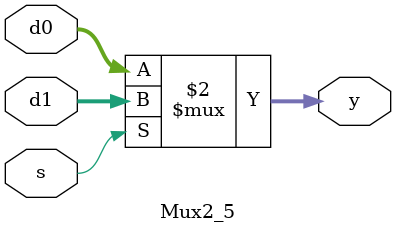
<source format=v>

module Mux2_32(d0,d1,s,y);
	input[31:0] d0,d1;
	input s;
	output[31:0] y;
	assign y = (s==0)? d0 : d1;
endmodule

module Mux4_32(d0,d1,d2,d3,s,y);
	input[31:0] d0,d1,d2,d3;
	input[1:0] s;
	output[31:0] y;
	wire[31:0] y1,y2;
	Mux2 mux2_1(d0,d1,s[0],y1);
	Mux2 mux2_2(d2,d3,s[0],y2);
	Mux2 mux2_3(y1,y2,s[1],y);
	//??????mux????
endmodule

module Mux2_30(d0,d1,s,y);
	input[29:0] d0,d1;
	input s;
	output[29:0] y;
	assign y = (s==0)? d0 : d1;
endmodule


module Mux2_5(d0,d1,s,y);
	input[4:0] d0,d1;
	input s;
	output[4:0] y;
	assign y = (s==0)? d0 : d1;
endmodule

</source>
